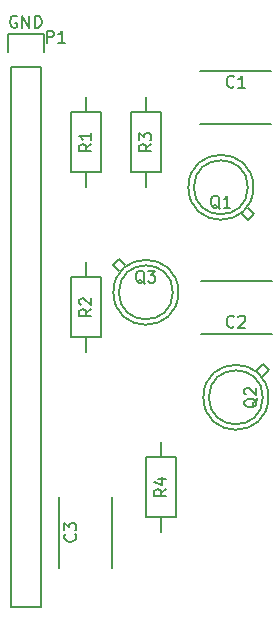
<source format=gto>
G04 #@! TF.FileFunction,Legend,Top*
%FSLAX46Y46*%
G04 Gerber Fmt 4.6, Leading zero omitted, Abs format (unit mm)*
G04 Created by KiCad (PCBNEW 4.0.4+e1-6308~48~ubuntu16.04.1-stable) date Fri Nov  4 19:16:35 2016*
%MOMM*%
%LPD*%
G01*
G04 APERTURE LIST*
%ADD10C,0.100000*%
%ADD11C,0.150000*%
G04 APERTURE END LIST*
D10*
D11*
X63790000Y-113530000D02*
X63790000Y-107530000D01*
X68290000Y-107530000D02*
X68290000Y-113530000D01*
X73660000Y-104140000D02*
X73660000Y-109220000D01*
X73660000Y-109220000D02*
X71120000Y-109220000D01*
X71120000Y-109220000D02*
X71120000Y-104140000D01*
X71120000Y-104140000D02*
X73660000Y-104140000D01*
X72390000Y-104140000D02*
X72390000Y-102870000D01*
X72390000Y-109220000D02*
X72390000Y-110490000D01*
X81026000Y-96266000D02*
X80518000Y-96774000D01*
X81026000Y-97282000D02*
X81534000Y-96774000D01*
X81534000Y-96774000D02*
X81026000Y-96266000D01*
X81026000Y-99060000D02*
G75*
G03X81026000Y-99060000I-2286000J0D01*
G01*
X81490000Y-99060000D02*
G75*
G03X81490000Y-99060000I-2750000J0D01*
G01*
X68326000Y-87884000D02*
X68834000Y-88392000D01*
X69342000Y-87884000D02*
X68834000Y-87376000D01*
X68834000Y-87376000D02*
X68326000Y-87884000D01*
X73406000Y-90170000D02*
G75*
G03X73406000Y-90170000I-2286000J0D01*
G01*
X73870000Y-90170000D02*
G75*
G03X73870000Y-90170000I-2750000J0D01*
G01*
X81780000Y-93690000D02*
X75780000Y-93690000D01*
X75780000Y-89190000D02*
X81780000Y-89190000D01*
X80264000Y-83566000D02*
X79756000Y-83058000D01*
X79248000Y-83566000D02*
X79756000Y-84074000D01*
X79756000Y-84074000D02*
X80264000Y-83566000D01*
X79756000Y-81280000D02*
G75*
G03X79756000Y-81280000I-2286000J0D01*
G01*
X80220000Y-81280000D02*
G75*
G03X80220000Y-81280000I-2750000J0D01*
G01*
X67310000Y-88900000D02*
X67310000Y-93980000D01*
X67310000Y-93980000D02*
X64770000Y-93980000D01*
X64770000Y-93980000D02*
X64770000Y-88900000D01*
X64770000Y-88900000D02*
X67310000Y-88900000D01*
X66040000Y-88900000D02*
X66040000Y-87630000D01*
X66040000Y-93980000D02*
X66040000Y-95250000D01*
X75700000Y-71410000D02*
X81700000Y-71410000D01*
X81700000Y-75910000D02*
X75700000Y-75910000D01*
X67310000Y-74930000D02*
X67310000Y-80010000D01*
X67310000Y-80010000D02*
X64770000Y-80010000D01*
X64770000Y-80010000D02*
X64770000Y-74930000D01*
X64770000Y-74930000D02*
X67310000Y-74930000D01*
X66040000Y-74930000D02*
X66040000Y-73660000D01*
X66040000Y-80010000D02*
X66040000Y-81280000D01*
X72390000Y-74930000D02*
X72390000Y-80010000D01*
X72390000Y-80010000D02*
X69850000Y-80010000D01*
X69850000Y-80010000D02*
X69850000Y-74930000D01*
X69850000Y-74930000D02*
X72390000Y-74930000D01*
X71120000Y-74930000D02*
X71120000Y-73660000D01*
X71120000Y-80010000D02*
X71120000Y-81280000D01*
X59690000Y-71120000D02*
X59690000Y-116840000D01*
X59690000Y-116840000D02*
X62230000Y-116840000D01*
X62230000Y-116840000D02*
X62230000Y-71120000D01*
X59410000Y-68300000D02*
X59410000Y-69850000D01*
X59690000Y-71120000D02*
X62230000Y-71120000D01*
X62510000Y-69850000D02*
X62510000Y-68300000D01*
X62510000Y-68300000D02*
X59410000Y-68300000D01*
X65127143Y-110656666D02*
X65174762Y-110704285D01*
X65222381Y-110847142D01*
X65222381Y-110942380D01*
X65174762Y-111085238D01*
X65079524Y-111180476D01*
X64984286Y-111228095D01*
X64793810Y-111275714D01*
X64650952Y-111275714D01*
X64460476Y-111228095D01*
X64365238Y-111180476D01*
X64270000Y-111085238D01*
X64222381Y-110942380D01*
X64222381Y-110847142D01*
X64270000Y-110704285D01*
X64317619Y-110656666D01*
X64222381Y-110323333D02*
X64222381Y-109704285D01*
X64603333Y-110037619D01*
X64603333Y-109894761D01*
X64650952Y-109799523D01*
X64698571Y-109751904D01*
X64793810Y-109704285D01*
X65031905Y-109704285D01*
X65127143Y-109751904D01*
X65174762Y-109799523D01*
X65222381Y-109894761D01*
X65222381Y-110180476D01*
X65174762Y-110275714D01*
X65127143Y-110323333D01*
X72842381Y-106846666D02*
X72366190Y-107180000D01*
X72842381Y-107418095D02*
X71842381Y-107418095D01*
X71842381Y-107037142D01*
X71890000Y-106941904D01*
X71937619Y-106894285D01*
X72032857Y-106846666D01*
X72175714Y-106846666D01*
X72270952Y-106894285D01*
X72318571Y-106941904D01*
X72366190Y-107037142D01*
X72366190Y-107418095D01*
X72175714Y-105989523D02*
X72842381Y-105989523D01*
X71794762Y-106227619D02*
X72509048Y-106465714D01*
X72509048Y-105846666D01*
X80557619Y-99155238D02*
X80510000Y-99250476D01*
X80414762Y-99345714D01*
X80271905Y-99488571D01*
X80224286Y-99583810D01*
X80224286Y-99679048D01*
X80462381Y-99631429D02*
X80414762Y-99726667D01*
X80319524Y-99821905D01*
X80129048Y-99869524D01*
X79795714Y-99869524D01*
X79605238Y-99821905D01*
X79510000Y-99726667D01*
X79462381Y-99631429D01*
X79462381Y-99440952D01*
X79510000Y-99345714D01*
X79605238Y-99250476D01*
X79795714Y-99202857D01*
X80129048Y-99202857D01*
X80319524Y-99250476D01*
X80414762Y-99345714D01*
X80462381Y-99440952D01*
X80462381Y-99631429D01*
X79557619Y-98821905D02*
X79510000Y-98774286D01*
X79462381Y-98679048D01*
X79462381Y-98440952D01*
X79510000Y-98345714D01*
X79557619Y-98298095D01*
X79652857Y-98250476D01*
X79748095Y-98250476D01*
X79890952Y-98298095D01*
X80462381Y-98869524D01*
X80462381Y-98250476D01*
X71024762Y-89447619D02*
X70929524Y-89400000D01*
X70834286Y-89304762D01*
X70691429Y-89161905D01*
X70596190Y-89114286D01*
X70500952Y-89114286D01*
X70548571Y-89352381D02*
X70453333Y-89304762D01*
X70358095Y-89209524D01*
X70310476Y-89019048D01*
X70310476Y-88685714D01*
X70358095Y-88495238D01*
X70453333Y-88400000D01*
X70548571Y-88352381D01*
X70739048Y-88352381D01*
X70834286Y-88400000D01*
X70929524Y-88495238D01*
X70977143Y-88685714D01*
X70977143Y-89019048D01*
X70929524Y-89209524D01*
X70834286Y-89304762D01*
X70739048Y-89352381D01*
X70548571Y-89352381D01*
X71310476Y-88352381D02*
X71929524Y-88352381D01*
X71596190Y-88733333D01*
X71739048Y-88733333D01*
X71834286Y-88780952D01*
X71881905Y-88828571D01*
X71929524Y-88923810D01*
X71929524Y-89161905D01*
X71881905Y-89257143D01*
X71834286Y-89304762D01*
X71739048Y-89352381D01*
X71453333Y-89352381D01*
X71358095Y-89304762D01*
X71310476Y-89257143D01*
X78573334Y-93067143D02*
X78525715Y-93114762D01*
X78382858Y-93162381D01*
X78287620Y-93162381D01*
X78144762Y-93114762D01*
X78049524Y-93019524D01*
X78001905Y-92924286D01*
X77954286Y-92733810D01*
X77954286Y-92590952D01*
X78001905Y-92400476D01*
X78049524Y-92305238D01*
X78144762Y-92210000D01*
X78287620Y-92162381D01*
X78382858Y-92162381D01*
X78525715Y-92210000D01*
X78573334Y-92257619D01*
X78954286Y-92257619D02*
X79001905Y-92210000D01*
X79097143Y-92162381D01*
X79335239Y-92162381D01*
X79430477Y-92210000D01*
X79478096Y-92257619D01*
X79525715Y-92352857D01*
X79525715Y-92448095D01*
X79478096Y-92590952D01*
X78906667Y-93162381D01*
X79525715Y-93162381D01*
X77374762Y-83097619D02*
X77279524Y-83050000D01*
X77184286Y-82954762D01*
X77041429Y-82811905D01*
X76946190Y-82764286D01*
X76850952Y-82764286D01*
X76898571Y-83002381D02*
X76803333Y-82954762D01*
X76708095Y-82859524D01*
X76660476Y-82669048D01*
X76660476Y-82335714D01*
X76708095Y-82145238D01*
X76803333Y-82050000D01*
X76898571Y-82002381D01*
X77089048Y-82002381D01*
X77184286Y-82050000D01*
X77279524Y-82145238D01*
X77327143Y-82335714D01*
X77327143Y-82669048D01*
X77279524Y-82859524D01*
X77184286Y-82954762D01*
X77089048Y-83002381D01*
X76898571Y-83002381D01*
X78279524Y-83002381D02*
X77708095Y-83002381D01*
X77993809Y-83002381D02*
X77993809Y-82002381D01*
X77898571Y-82145238D01*
X77803333Y-82240476D01*
X77708095Y-82288095D01*
X66492381Y-91606666D02*
X66016190Y-91940000D01*
X66492381Y-92178095D02*
X65492381Y-92178095D01*
X65492381Y-91797142D01*
X65540000Y-91701904D01*
X65587619Y-91654285D01*
X65682857Y-91606666D01*
X65825714Y-91606666D01*
X65920952Y-91654285D01*
X65968571Y-91701904D01*
X66016190Y-91797142D01*
X66016190Y-92178095D01*
X65587619Y-91225714D02*
X65540000Y-91178095D01*
X65492381Y-91082857D01*
X65492381Y-90844761D01*
X65540000Y-90749523D01*
X65587619Y-90701904D01*
X65682857Y-90654285D01*
X65778095Y-90654285D01*
X65920952Y-90701904D01*
X66492381Y-91273333D01*
X66492381Y-90654285D01*
X78573334Y-72747143D02*
X78525715Y-72794762D01*
X78382858Y-72842381D01*
X78287620Y-72842381D01*
X78144762Y-72794762D01*
X78049524Y-72699524D01*
X78001905Y-72604286D01*
X77954286Y-72413810D01*
X77954286Y-72270952D01*
X78001905Y-72080476D01*
X78049524Y-71985238D01*
X78144762Y-71890000D01*
X78287620Y-71842381D01*
X78382858Y-71842381D01*
X78525715Y-71890000D01*
X78573334Y-71937619D01*
X79525715Y-72842381D02*
X78954286Y-72842381D01*
X79240000Y-72842381D02*
X79240000Y-71842381D01*
X79144762Y-71985238D01*
X79049524Y-72080476D01*
X78954286Y-72128095D01*
X66492381Y-77636666D02*
X66016190Y-77970000D01*
X66492381Y-78208095D02*
X65492381Y-78208095D01*
X65492381Y-77827142D01*
X65540000Y-77731904D01*
X65587619Y-77684285D01*
X65682857Y-77636666D01*
X65825714Y-77636666D01*
X65920952Y-77684285D01*
X65968571Y-77731904D01*
X66016190Y-77827142D01*
X66016190Y-78208095D01*
X66492381Y-76684285D02*
X66492381Y-77255714D01*
X66492381Y-76970000D02*
X65492381Y-76970000D01*
X65635238Y-77065238D01*
X65730476Y-77160476D01*
X65778095Y-77255714D01*
X71572381Y-77636666D02*
X71096190Y-77970000D01*
X71572381Y-78208095D02*
X70572381Y-78208095D01*
X70572381Y-77827142D01*
X70620000Y-77731904D01*
X70667619Y-77684285D01*
X70762857Y-77636666D01*
X70905714Y-77636666D01*
X71000952Y-77684285D01*
X71048571Y-77731904D01*
X71096190Y-77827142D01*
X71096190Y-78208095D01*
X70572381Y-77303333D02*
X70572381Y-76684285D01*
X70953333Y-77017619D01*
X70953333Y-76874761D01*
X71000952Y-76779523D01*
X71048571Y-76731904D01*
X71143810Y-76684285D01*
X71381905Y-76684285D01*
X71477143Y-76731904D01*
X71524762Y-76779523D01*
X71572381Y-76874761D01*
X71572381Y-77160476D01*
X71524762Y-77255714D01*
X71477143Y-77303333D01*
X62761905Y-69032381D02*
X62761905Y-68032381D01*
X63142858Y-68032381D01*
X63238096Y-68080000D01*
X63285715Y-68127619D01*
X63333334Y-68222857D01*
X63333334Y-68365714D01*
X63285715Y-68460952D01*
X63238096Y-68508571D01*
X63142858Y-68556190D01*
X62761905Y-68556190D01*
X64285715Y-69032381D02*
X63714286Y-69032381D01*
X64000000Y-69032381D02*
X64000000Y-68032381D01*
X63904762Y-68175238D01*
X63809524Y-68270476D01*
X63714286Y-68318095D01*
X60198096Y-66810000D02*
X60102858Y-66762381D01*
X59960001Y-66762381D01*
X59817143Y-66810000D01*
X59721905Y-66905238D01*
X59674286Y-67000476D01*
X59626667Y-67190952D01*
X59626667Y-67333810D01*
X59674286Y-67524286D01*
X59721905Y-67619524D01*
X59817143Y-67714762D01*
X59960001Y-67762381D01*
X60055239Y-67762381D01*
X60198096Y-67714762D01*
X60245715Y-67667143D01*
X60245715Y-67333810D01*
X60055239Y-67333810D01*
X60674286Y-67762381D02*
X60674286Y-66762381D01*
X61245715Y-67762381D01*
X61245715Y-66762381D01*
X61721905Y-67762381D02*
X61721905Y-66762381D01*
X61960000Y-66762381D01*
X62102858Y-66810000D01*
X62198096Y-66905238D01*
X62245715Y-67000476D01*
X62293334Y-67190952D01*
X62293334Y-67333810D01*
X62245715Y-67524286D01*
X62198096Y-67619524D01*
X62102858Y-67714762D01*
X61960000Y-67762381D01*
X61721905Y-67762381D01*
M02*

</source>
